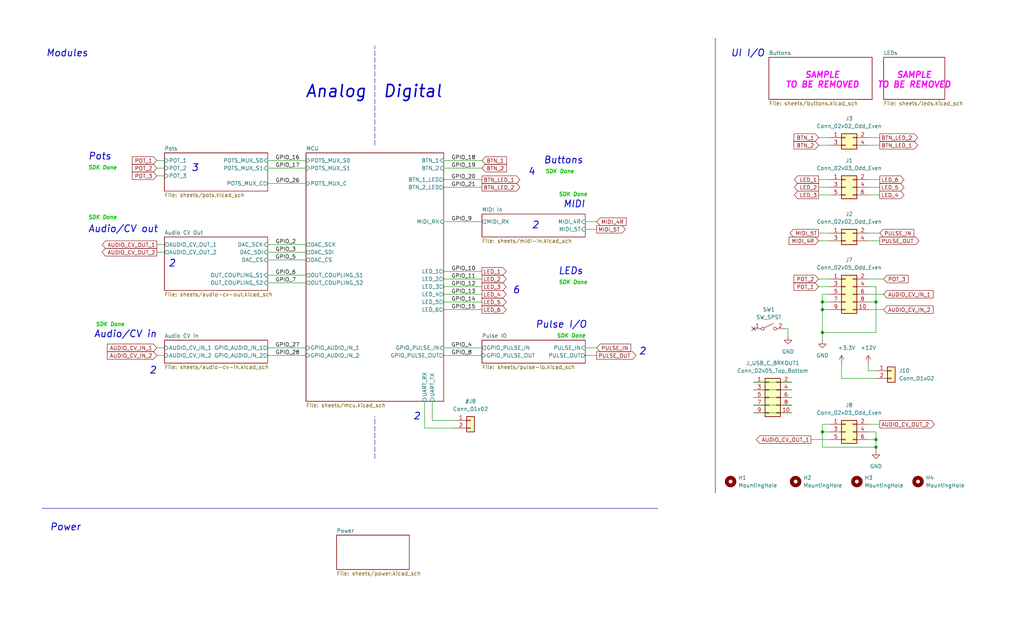
<source format=kicad_sch>
(kicad_sch (version 20250114) (generator "eeschema") (generator_version "9.0")
  (paper "User" 340 210)
  (lib_symbols
    (symbol "Connector_Generic:Conn_01x02" (pin_names (offset 1.016) (hide yes))
      (property "Reference" "J" (at 0 2.54 0))
      (property "Value" "Conn_01x02" (at 0 -5.08 0))
      (symbol "Conn_01x02_1_1"
        (rectangle (start -1.27 1.27) (end 1.27 -3.81) (stroke (width 0.254)) (fill (type background)))
        (rectangle (start -1.27 0.127) (end 0 -0.127) (stroke (width 0.1524)))
        (rectangle (start -1.27 -2.413) (end 0 -2.667) (stroke (width 0.1524)))
        (pin passive line (at -5.08 0 0) (length 3.81) (name "Pin_1") (number "1"))
        (pin passive line (at -5.08 -2.54 0) (length 3.81) (name "Pin_2") (number "2"))
      )
    )
    (symbol "Connector_Generic:Conn_02x02_Odd_Even" (pin_names (offset 1.016) (hide yes))
      (property "Reference" "J" (at 1.27 2.54 0))
      (property "Value" "Conn_02x02_Odd_Even" (at 1.27 -5.08 0))
      (symbol "Conn_02x02_Odd_Even_1_1"
        (rectangle (start -1.27 1.27) (end 3.81 -3.81) (stroke (width 0.254)) (fill (type background)))
        (rectangle (start -1.27 0.127) (end 0 -0.127) (stroke (width 0.1524)))
        (rectangle (start -1.27 -2.413) (end 0 -2.667) (stroke (width 0.1524)))
        (rectangle (start 3.81 0.127) (end 2.54 -0.127) (stroke (width 0.1524)))
        (rectangle (start 3.81 -2.413) (end 2.54 -2.667) (stroke (width 0.1524)))
        (pin passive line (at -5.08 0 0) (length 3.81) (name "Pin_1") (number "1"))
        (pin passive line (at -5.08 -2.54 0) (length 3.81) (name "Pin_3") (number "3"))
        (pin passive line (at 7.62 0 180) (length 3.81) (name "Pin_2") (number "2"))
        (pin passive line (at 7.62 -2.54 180) (length 3.81) (name "Pin_4") (number "4"))
      )
    )
    (symbol "Connector_Generic:Conn_02x03_Odd_Even" (pin_names (offset 1.016) (hide yes))
      (property "Reference" "J" (at 1.27 5.08 0))
      (property "Value" "Conn_02x03_Odd_Even" (at 1.27 -5.08 0))
      (symbol "Conn_02x03_Odd_Even_1_1"
        (rectangle (start -1.27 3.81) (end 3.81 -3.81) (stroke (width 0.254)) (fill (type background)))
        (rectangle (start -1.27 2.667) (end 0 2.413) (stroke (width 0.1524)))
        (rectangle (start -1.27 0.127) (end 0 -0.127) (stroke (width 0.1524)))
        (rectangle (start -1.27 -2.413) (end 0 -2.667) (stroke (width 0.1524)))
        (rectangle (start 3.81 2.667) (end 2.54 2.413) (stroke (width 0.1524)))
        (rectangle (start 3.81 0.127) (end 2.54 -0.127) (stroke (width 0.1524)))
        (rectangle (start 3.81 -2.413) (end 2.54 -2.667) (stroke (width 0.1524)))
        (pin passive line (at -5.08 2.54 0) (length 3.81) (name "Pin_1") (number "1"))
        (pin passive line (at -5.08 0 0) (length 3.81) (name "Pin_3") (number "3"))
        (pin passive line (at -5.08 -2.54 0) (length 3.81) (name "Pin_5") (number "5"))
        (pin passive line (at 7.62 2.54 180) (length 3.81) (name "Pin_2") (number "2"))
        (pin passive line (at 7.62 0 180) (length 3.81) (name "Pin_4") (number "4"))
        (pin passive line (at 7.62 -2.54 180) (length 3.81) (name "Pin_6") (number "6"))
      )
    )
    (symbol "Connector_Generic:Conn_02x05_Odd_Even" (pin_names (offset 1.016) (hide yes))
      (property "Reference" "J" (at 1.27 7.62 0))
      (property "Value" "Conn_02x05_Odd_Even" (at 1.27 -7.62 0))
      (symbol "Conn_02x05_Odd_Even_1_1"
        (rectangle (start -1.27 6.35) (end 3.81 -6.35) (stroke (width 0.254)) (fill (type background)))
        (rectangle (start -1.27 5.207) (end 0 4.953) (stroke (width 0.1524)))
        (rectangle (start -1.27 2.667) (end 0 2.413) (stroke (width 0.1524)))
        (rectangle (start -1.27 0.127) (end 0 -0.127) (stroke (width 0.1524)))
        (rectangle (start -1.27 -2.413) (end 0 -2.667) (stroke (width 0.1524)))
        (rectangle (start -1.27 -4.953) (end 0 -5.207) (stroke (width 0.1524)))
        (rectangle (start 3.81 5.207) (end 2.54 4.953) (stroke (width 0.1524)))
        (rectangle (start 3.81 2.667) (end 2.54 2.413) (stroke (width 0.1524)))
        (rectangle (start 3.81 0.127) (end 2.54 -0.127) (stroke (width 0.1524)))
        (rectangle (start 3.81 -2.413) (end 2.54 -2.667) (stroke (width 0.1524)))
        (rectangle (start 3.81 -4.953) (end 2.54 -5.207) (stroke (width 0.1524)))
        (pin passive line (at -5.08 5.08 0) (length 3.81) (name "Pin_1") (number "1"))
        (pin passive line (at -5.08 2.54 0) (length 3.81) (name "Pin_3") (number "3"))
        (pin passive line (at -5.08 0 0) (length 3.81) (name "Pin_5") (number "5"))
        (pin passive line (at -5.08 -2.54 0) (length 3.81) (name "Pin_7") (number "7"))
        (pin passive line (at -5.08 -5.08 0) (length 3.81) (name "Pin_9") (number "9"))
        (pin passive line (at 7.62 5.08 180) (length 3.81) (name "Pin_2") (number "2"))
        (pin passive line (at 7.62 2.54 180) (length 3.81) (name "Pin_4") (number "4"))
        (pin passive line (at 7.62 0 180) (length 3.81) (name "Pin_6") (number "6"))
        (pin passive line (at 7.62 -2.54 180) (length 3.81) (name "Pin_8") (number "8"))
        (pin passive line (at 7.62 -5.08 180) (length 3.81) (name "Pin_10") (number "10"))
      )
    )
    (symbol "Mechanical:MountingHole" (pin_names (offset 1.016)) (in_bom no)
      (property "Reference" "H" (at 0 5.08 0))
      (property "Value" "MountingHole" (at 0 3.175 0))
      (symbol "MountingHole_0_1"
        (circle (center 0 0) (radius 1.27) (stroke (width 1.27)))
      )
    )
    (symbol "Switch:SW_SPST" (pin_names (offset 0) (hide yes))
      (property "Reference" "SW" (at 0 3.175 0))
      (property "Value" "SW_SPST" (at 0 -2.54 0))
      (symbol "SW_SPST_0_0"
        (circle (center -2.032 0) (radius 0.508))
        (polyline (pts (xy -1.524 0.254) (xy 1.524 1.778)))
        (circle (center 2.032 0) (radius 0.508))
      )
      (symbol "SW_SPST_1_1"
        (pin passive line (at -5.08 0 0) (length 2.54) (name "A") (number "1"))
        (pin passive line (at 5.08 0 180) (length 2.54) (name "B") (number "2"))
      )
    )
    (symbol "power:+12V" (power) (pin_numbers (hide yes)) (pin_names (offset 0) (hide yes))
      (property "Value" "+12V" (at 0 3.556 0))
      (symbol "+12V_0_1"
        (polyline (pts (xy -0.762 1.27) (xy 0 2.54)))
        (polyline (pts (xy 0 2.54) (xy 0.762 1.27)))
        (polyline (pts (xy 0 0) (xy 0 2.54)))
      )
      (symbol "+12V_1_1"
        (pin power_in line (at 0 0 90) (length 0) (name "~") (number "1"))
      )
    )
    (symbol "power:+3.3V" (power) (pin_numbers (hide yes)) (pin_names (offset 0) (hide yes))
      (property "Value" "+3.3V" (at 0 3.556 0))
      (symbol "+3.3V_0_1"
        (polyline (pts (xy -0.762 1.27) (xy 0 2.54)))
        (polyline (pts (xy 0 2.54) (xy 0.762 1.27)))
        (polyline (pts (xy 0 0) (xy 0 2.54)))
      )
      (symbol "+3.3V_1_1"
        (pin power_in line (at 0 0 90) (length 0) (name "~") (number "1"))
      )
    )
    (symbol "power:GND" (power) (pin_numbers (hide yes)) (pin_names (offset 0) (hide yes))
      (property "Value" "GND" (at 0 -3.81 0))
      (symbol "GND_0_1"
        (polyline (pts (xy 0 0) (xy 0 -1.27) (xy 1.27 -1.27) (xy 0 -2.54) (xy -1.27 -1.27) (xy 0 -1.27)))
      )
      (symbol "GND_1_1"
        (pin power_in line (at 0 0 270) (length 0) (name "~") (number "1"))
      )
    )
  )
  (text "Power" (at 16.51 175.26 0) (effects (font (size 2.27 2.27) (thickness 0.2838) (italic yes)) (justify left)))
  (text "Audio/CV in" (at 31.115 111.125 0) (effects (font (size 2.27 2.27) (thickness 0.2838) (italic yes)) (justify left)))
  (text "SAMPLE\nTO BE REMOVED" (at 273.05 26.67 0) (effects (font (size 2 2) (thickness 0.4) (bold yes) (italic yes))))
  (text "Pulse I/O" (at 194.945 107.95 0) (effects (font (size 2.27 2.27) (thickness 0.2838) (italic yes)) (justify right)))
  (text "6" (at 170.18 96.52 0) (effects (font (size 2.27 2.27) (thickness 0.2838) (italic yes)) (justify left)))
  (text "Audio/CV out" (at 29.21 76.2 0) (effects (font (size 2.27 2.27) (thickness 0.2838) (italic yes)) (justify left)))
  (text "4" (at 175.26 57.15 0) (effects (font (size 2.27 2.27) (thickness 0.2838) (italic yes)) (justify left)))
  (text "SDK Done" (at 29.21 55.88 0) (effects (font (size 1.27 1.27) (thickness 0.254) (bold yes) (italic yes)) (justify left)))
  (text "SDK Done" (at 31.75 107.95 0) (effects (font (size 1.27 1.27) (thickness 0.254) (bold yes) (italic yes)) (justify left)))
  (text "SAMPLE\nTO BE REMOVED" (at 303.53 26.67 0) (effects (font (size 2 2) (thickness 0.4) (bold yes) (italic yes))))
  (text "SDK Done" (at 29.21 72.39 0) (effects (font (size 1.27 1.27) (thickness 0.254) (bold yes) (italic yes)) (justify left)))
  (text "2" (at 212.09 116.84 0) (effects (font (size 2.27 2.27) (thickness 0.2838) (italic yes)) (justify left)))
  (text "LEDs" (at 193.675 90.17 0) (effects (font (size 2.27 2.27) (thickness 0.2838) (italic yes)) (justify right)))
  (text "Modules" (at 15.24 17.78 0) (effects (font (size 2.27 2.27) (thickness 0.2838) (italic yes)) (justify left)))
  (text "2" (at 49.53 123.19 0) (effects (font (size 2.27 2.27) (thickness 0.2838) (italic yes)) (justify left)))
  (text "SDK Done" (at 185.42 93.98 0) (effects (font (size 1.27 1.27) (thickness 0.254) (bold yes) (italic yes)) (justify left)))
  (text "2" (at 137.16 138.43 0) (effects (font (size 2.27 2.27) (thickness 0.2838) (italic yes)) (justify left)))
  (text "Buttons" (at 193.675 53.34 0) (effects (font (size 2.27 2.27) (thickness 0.2838) (italic yes)) (justify right)))
  (text "2" (at 55.88 87.63 0) (effects (font (size 2.27 2.27) (thickness 0.2838) (italic yes)) (justify left)))
  (text "2" (at 176.53 74.93 0) (effects (font (size 2.27 2.27) (thickness 0.2838) (italic yes)) (justify left)))
  (text "SDK Done" (at 185.42 64.77 0) (effects (font (size 1.27 1.27) (thickness 0.254) (bold yes) (italic yes)) (justify left)))
  (text "Analog" (at 121.92 30.48 0) (effects (font (size 4 4) (thickness 0.5) (italic yes)) (justify right)))
  (text "SDK Done" (at 180.975 57.15 0) (effects (font (size 1.27 1.27) (thickness 0.254) (bold yes) (italic yes)) (justify left)))
  (text "Pots" (at 29.21 52.07 0) (effects (font (size 2.27 2.27) (thickness 0.2838) (italic yes)) (justify left)))
  (text "SDK Done" (at 184.785 111.76 0) (effects (font (size 1.27 1.27) (thickness 0.254) (bold yes) (italic yes)) (justify left)))
  (text "Digital" (at 127 30.48 0) (effects (font (size 4 4) (thickness 0.5) (italic yes)) (justify left)))
  (text "MIDI" (at 194.31 67.945 0) (effects (font (size 2.27 2.27) (thickness 0.2838) (italic yes)) (justify right)))
  (text "3" (at 63.5 55.88 0) (effects (font (size 2.27 2.27) (thickness 0.2838) (italic yes)) (justify left)))
  (text "UI I/O" (at 242.57 17.78 0) (effects (font (size 2.27 2.27) (thickness 0.2838) (italic yes)) (justify left)))
  (junction (at 273.05 100.33))
  (junction (at 273.05 143.51))
  (junction (at 290.83 148.59))
  (junction (at 273.05 110.49))
  (junction (at 273.05 102.87))
  (junction (at 290.83 146.05))
  (junction (at 290.83 100.33))
  (no_connect (at 250.19 109.22))
  (polyline (pts (xy 124.46 48.26) (xy 124.46 15.24)) (stroke (width 0) (type dash)))
  (wire (pts (xy 88.9 93.98) (xy 101.6 93.98)))
  (wire (pts (xy 271.78 45.72) (xy 275.59 45.72)))
  (wire (pts (xy 271.78 48.26) (xy 275.59 48.26)))
  (wire (pts (xy 147.32 55.88) (xy 160.02 55.88)))
  (wire (pts (xy 271.78 80.01) (xy 275.59 80.01)))
  (wire (pts (xy 250.19 132.08) (xy 262.89 132.08)))
  (wire (pts (xy 88.9 81.28) (xy 101.6 81.28)))
  (wire (pts (xy 292.1 45.72) (xy 288.29 45.72)))
  (wire (pts (xy 147.32 97.79) (xy 160.02 97.79)))
  (wire (pts (xy 194.31 76.2) (xy 198.12 76.2)))
  (wire (pts (xy 194.31 118.11) (xy 198.12 118.11)))
  (wire (pts (xy 288.29 120.65) (xy 288.29 123.19)))
  (polyline (pts (xy 124.46 152.4) (xy 124.46 138.43)) (stroke (width 0) (type dash)))
  (wire (pts (xy 292.1 59.69) (xy 288.29 59.69)))
  (wire (pts (xy 292.1 80.01) (xy 288.29 80.01)))
  (wire (pts (xy 140.97 133.35) (xy 140.97 142.24)))
  (wire (pts (xy 147.32 118.11) (xy 160.02 118.11)))
  (wire (pts (xy 288.29 123.19) (xy 290.83 123.19)))
  (wire (pts (xy 293.37 102.87) (xy 288.29 102.87)))
  (wire (pts (xy 271.78 95.25) (xy 275.59 95.25)))
  (wire (pts (xy 88.9 60.96) (xy 101.6 60.96)))
  (wire (pts (xy 290.83 100.33) (xy 290.83 110.49)))
  (wire (pts (xy 290.83 95.25) (xy 290.83 100.33)))
  (wire (pts (xy 290.83 110.49) (xy 273.05 110.49)))
  (wire (pts (xy 271.78 59.69) (xy 275.59 59.69)))
  (wire (pts (xy 147.32 92.71) (xy 160.02 92.71)))
  (wire (pts (xy 52.07 55.88) (xy 54.61 55.88)))
  (wire (pts (xy 273.05 143.51) (xy 275.59 143.51)))
  (wire (pts (xy 250.19 134.62) (xy 262.89 134.62)))
  (wire (pts (xy 52.07 83.82) (xy 54.61 83.82)))
  (wire (pts (xy 290.83 148.59) (xy 290.83 149.86)))
  (wire (pts (xy 52.07 53.34) (xy 54.61 53.34)))
  (wire (pts (xy 273.05 148.59) (xy 290.83 148.59)))
  (wire (pts (xy 250.19 129.54) (xy 262.89 129.54)))
  (wire (pts (xy 88.9 118.11) (xy 101.6 118.11)))
  (wire (pts (xy 290.83 146.05) (xy 290.83 148.59)))
  (wire (pts (xy 147.32 59.69) (xy 160.02 59.69)))
  (wire (pts (xy 273.05 97.79) (xy 275.59 97.79)))
  (wire (pts (xy 288.29 100.33) (xy 290.83 100.33)))
  (wire (pts (xy 88.9 91.44) (xy 101.6 91.44)))
  (wire (pts (xy 147.32 90.17) (xy 160.02 90.17)))
  (wire (pts (xy 292.1 140.97) (xy 288.29 140.97)))
  (wire (pts (xy 198.12 115.57) (xy 194.31 115.57)))
  (wire (pts (xy 140.97 142.24) (xy 151.13 142.24)))
  (wire (pts (xy 147.32 102.87) (xy 160.02 102.87)))
  (wire (pts (xy 273.05 140.97) (xy 273.05 143.51)))
  (wire (pts (xy 52.07 58.42) (xy 54.61 58.42)))
  (wire (pts (xy 88.9 115.57) (xy 101.6 115.57)))
  (wire (pts (xy 271.78 64.77) (xy 275.59 64.77)))
  (wire (pts (xy 290.83 143.51) (xy 290.83 146.05)))
  (wire (pts (xy 288.29 146.05) (xy 290.83 146.05)))
  (wire (pts (xy 273.05 113.03) (xy 273.05 110.49)))
  (wire (pts (xy 279.4 125.73) (xy 279.4 120.65)))
  (wire (pts (xy 147.32 53.34) (xy 160.02 53.34)))
  (wire (pts (xy 147.32 100.33) (xy 160.02 100.33)))
  (wire (pts (xy 52.07 115.57) (xy 54.61 115.57)))
  (wire (pts (xy 273.05 97.79) (xy 273.05 100.33)))
  (wire (pts (xy 88.9 86.36) (xy 101.6 86.36)))
  (wire (pts (xy 288.29 97.79) (xy 293.37 97.79)))
  (wire (pts (xy 52.07 81.28) (xy 54.61 81.28)))
  (wire (pts (xy 271.78 62.23) (xy 275.59 62.23)))
  (wire (pts (xy 52.07 118.11) (xy 54.61 118.11)))
  (wire (pts (xy 143.51 133.35) (xy 143.51 139.7)))
  (wire (pts (xy 273.05 100.33) (xy 273.05 102.87)))
  (wire (pts (xy 250.19 127) (xy 262.89 127)))
  (wire (pts (xy 273.05 102.87) (xy 273.05 110.49)))
  (wire (pts (xy 273.05 102.87) (xy 275.59 102.87)))
  (wire (pts (xy 273.05 143.51) (xy 273.05 148.59)))
  (wire (pts (xy 198.12 73.66) (xy 194.31 73.66)))
  (wire (pts (xy 290.83 125.73) (xy 279.4 125.73)))
  (polyline (pts (xy 237.49 12.7) (xy 237.49 163.83)))
  (wire (pts (xy 143.51 139.7) (xy 151.13 139.7)))
  (wire (pts (xy 275.59 140.97) (xy 273.05 140.97)))
  (wire (pts (xy 288.29 143.51) (xy 290.83 143.51)))
  (wire (pts (xy 260.35 109.22) (xy 261.62 109.22)))
  (wire (pts (xy 292.1 64.77) (xy 288.29 64.77)))
  (wire (pts (xy 261.62 109.22) (xy 261.62 111.76)))
  (wire (pts (xy 271.78 77.47) (xy 275.59 77.47)))
  (wire (pts (xy 250.19 137.16) (xy 262.89 137.16)))
  (wire (pts (xy 288.29 95.25) (xy 290.83 95.25)))
  (wire (pts (xy 147.32 95.25) (xy 160.02 95.25)))
  (wire (pts (xy 88.9 83.82) (xy 101.6 83.82)))
  (polyline (pts (xy 13.97 168.91) (xy 218.44 168.91)))
  (wire (pts (xy 292.1 77.47) (xy 288.29 77.47)))
  (wire (pts (xy 147.32 62.23) (xy 160.02 62.23)))
  (wire (pts (xy 292.1 62.23) (xy 288.29 62.23)))
  (wire (pts (xy 271.78 92.71) (xy 275.59 92.71)))
  (wire (pts (xy 88.9 53.34) (xy 101.6 53.34)))
  (wire (pts (xy 288.29 92.71) (xy 293.37 92.71)))
  (wire (pts (xy 269.24 146.05) (xy 275.59 146.05)))
  (wire (pts (xy 147.32 73.66) (xy 160.02 73.66)))
  (wire (pts (xy 88.9 55.88) (xy 101.6 55.88)))
  (wire (pts (xy 147.32 115.57) (xy 160.02 115.57)))
  (wire (pts (xy 292.1 48.26) (xy 288.29 48.26)))
  (wire (pts (xy 275.59 100.33) (xy 273.05 100.33)))
  (label "GPIO_14" (at 149.86 100.33 0))
  (label "GPIO_19" (at 149.86 55.88 0))
  (label "GPIO_11" (at 149.86 92.71 0))
  (label "GPIO_3" (at 91.44 83.82 0))
  (label "GPIO_15" (at 149.86 102.87 0))
  (label "GPIO_5" (at 91.44 86.36 0))
  (label "GPIO_21" (at 149.86 62.23 0))
  (label "GPIO_10" (at 149.86 90.17 0))
  (label "GPIO_28" (at 91.44 118.11 0))
  (label "GPIO_13" (at 149.86 97.79 0))
  (label "GPIO_17" (at 91.44 55.88 0))
  (label "GPIO_27" (at 91.44 115.57 0))
  (label "GPIO_26" (at 91.44 60.96 0))
  (label "GPIO_18" (at 149.86 53.34 0))
  (label "GPIO_9" (at 149.86 73.66 0))
  (label "GPIO_7" (at 91.44 93.98 0))
  (label "GPIO_16" (at 91.44 53.34 0))
  (label "GPIO_12" (at 149.86 95.25 0))
  (label "GPIO_4" (at 149.86 115.57 0))
  (label "GPIO_2" (at 91.44 81.28 0))
  (label "GPIO_8" (at 149.86 118.11 0))
  (label "GPIO_6" (at 91.44 91.44 0))
  (label "GPIO_20" (at 149.86 59.69 0))
  (global_label "MIDI_5T" (shape output) (at 198.12 76.2 0) (property "Intersheetrefs" "${INTERSHEET_REFS}" (effects (hide yes))))
  (global_label "MIDI_5T" (shape output) (at 271.78 77.47 180) (property "Intersheetrefs" "${INTERSHEET_REFS}" (effects (hide yes))))
  (global_label "AUDIO_CV_OUT_1" (shape output) (at 52.07 81.28 180) (property "Intersheetrefs" "${INTERSHEET_REFS}" (effects (hide yes))))
  (global_label "LED_5" (shape output) (at 160.02 100.33 0) (property "Intersheetrefs" "${INTERSHEET_REFS}" (effects (hide yes))))
  (global_label "LED_2" (shape output) (at 271.78 62.23 180) (property "Intersheetrefs" "${INTERSHEET_REFS}" (effects (hide yes))))
  (global_label "POT_2" (shape input) (at 271.78 92.71 180) (property "Intersheetrefs" "${INTERSHEET_REFS}" (effects (hide yes))))
  (global_label "PULSE_OUT" (shape output) (at 198.12 118.11 0) (property "Intersheetrefs" "${INTERSHEET_REFS}" (effects (hide yes))))
  (global_label "AUDIO_CV_OUT_2" (shape output) (at 292.1 140.97 0) (property "Intersheetrefs" "${INTERSHEET_REFS}" (effects (hide yes))))
  (global_label "BTN_2" (shape input) (at 271.78 48.26 180) (property "Intersheetrefs" "${INTERSHEET_REFS}" (effects (hide yes))))
  (global_label "LED_4" (shape output) (at 160.02 97.79 0) (property "Intersheetrefs" "${INTERSHEET_REFS}" (effects (hide yes))))
  (global_label "BTN_1" (shape input) (at 160.02 53.34 0) (property "Intersheetrefs" "${INTERSHEET_REFS}" (effects (hide yes))))
  (global_label "POT_2" (shape input) (at 52.07 55.88 180) (property "Intersheetrefs" "${INTERSHEET_REFS}" (effects (hide yes))))
  (global_label "LED_5" (shape output) (at 292.1 62.23 0) (property "Intersheetrefs" "${INTERSHEET_REFS}" (effects (hide yes))))
  (global_label "LED_1" (shape output) (at 271.78 59.69 180) (property "Intersheetrefs" "${INTERSHEET_REFS}" (effects (hide yes))))
  (global_label "AUDIO_CV_IN_2" (shape input) (at 52.07 118.11 180) (property "Intersheetrefs" "${INTERSHEET_REFS}" (effects (hide yes))))
  (global_label "LED_6" (shape output) (at 292.1 59.69 0) (property "Intersheetrefs" "${INTERSHEET_REFS}" (effects (hide yes))))
  (global_label "LED_3" (shape output) (at 271.78 64.77 180) (property "Intersheetrefs" "${INTERSHEET_REFS}" (effects (hide yes))))
  (global_label "BTN_LED_1" (shape output) (at 292.1 48.26 0) (property "Intersheetrefs" "${INTERSHEET_REFS}" (effects (hide yes))))
  (global_label "BTN_2" (shape input) (at 160.02 55.88 0) (property "Intersheetrefs" "${INTERSHEET_REFS}" (effects (hide yes))))
  (global_label "MIDI_4R" (shape input) (at 198.12 73.66 0) (property "Intersheetrefs" "${INTERSHEET_REFS}" (effects (hide yes))))
  (global_label "LED_3" (shape output) (at 160.02 95.25 0) (property "Intersheetrefs" "${INTERSHEET_REFS}" (effects (hide yes))))
  (global_label "POT_3" (shape input) (at 52.07 58.42 180) (property "Intersheetrefs" "${INTERSHEET_REFS}" (effects (hide yes))))
  (global_label "AUDIO_CV_IN_2" (shape input) (at 293.37 102.87 0) (property "Intersheetrefs" "${INTERSHEET_REFS}" (effects (hide yes))))
  (global_label "AUDIO_CV_IN_1" (shape input) (at 293.37 97.79 0) (property "Intersheetrefs" "${INTERSHEET_REFS}" (effects (hide yes))))
  (global_label "BTN_LED_2" (shape output) (at 160.02 62.23 0) (property "Intersheetrefs" "${INTERSHEET_REFS}" (effects (hide yes))))
  (global_label "MIDI_4R" (shape input) (at 271.78 80.01 180) (property "Intersheetrefs" "${INTERSHEET_REFS}" (effects (hide yes))))
  (global_label "AUDIO_CV_IN_1" (shape input) (at 52.07 115.57 180) (property "Intersheetrefs" "${INTERSHEET_REFS}" (effects (hide yes))))
  (global_label "PULSE_IN" (shape input) (at 292.1 77.47 0) (property "Intersheetrefs" "${INTERSHEET_REFS}" (effects (hide yes))))
  (global_label "LED_6" (shape output) (at 160.02 102.87 0) (property "Intersheetrefs" "${INTERSHEET_REFS}" (effects (hide yes))))
  (global_label "POT_1" (shape input) (at 271.78 95.25 180) (property "Intersheetrefs" "${INTERSHEET_REFS}" (effects (hide yes))))
  (global_label "LED_2" (shape output) (at 160.02 92.71 0) (property "Intersheetrefs" "${INTERSHEET_REFS}" (effects (hide yes))))
  (global_label "LED_4" (shape output) (at 292.1 64.77 0) (property "Intersheetrefs" "${INTERSHEET_REFS}" (effects (hide yes))))
  (global_label "AUDIO_CV_OUT_2" (shape output) (at 52.07 83.82 180) (property "Intersheetrefs" "${INTERSHEET_REFS}" (effects (hide yes))))
  (global_label "BTN_LED_2" (shape output) (at 292.1 45.72 0) (property "Intersheetrefs" "${INTERSHEET_REFS}" (effects (hide yes))))
  (global_label "BTN_LED_1" (shape output) (at 160.02 59.69 0) (property "Intersheetrefs" "${INTERSHEET_REFS}" (effects (hide yes))))
  (global_label "BTN_1" (shape input) (at 271.78 45.72 180) (property "Intersheetrefs" "${INTERSHEET_REFS}" (effects (hide yes))))
  (global_label "AUDIO_CV_OUT_1" (shape output) (at 269.24 146.05 180) (property "Intersheetrefs" "${INTERSHEET_REFS}" (effects (hide yes))))
  (global_label "POT_3" (shape input) (at 293.37 92.71 0) (property "Intersheetrefs" "${INTERSHEET_REFS}" (effects (hide yes))))
  (global_label "PULSE_IN" (shape input) (at 198.12 115.57 0) (property "Intersheetrefs" "${INTERSHEET_REFS}" (effects (hide yes))))
  (global_label "POT_1" (shape input) (at 52.07 53.34 180) (property "Intersheetrefs" "${INTERSHEET_REFS}" (effects (hide yes))))
  (global_label "LED_1" (shape output) (at 160.02 90.17 0) (property "Intersheetrefs" "${INTERSHEET_REFS}" (effects (hide yes))))
  (global_label "PULSE_OUT" (shape output) (at 292.1 80.01 0) (property "Intersheetrefs" "${INTERSHEET_REFS}" (effects (hide yes))))
  (symbol (lib_id "power:GND") (at 290.83 149.86 0) (unit 1)
    (property "Reference" "#PWR013" (effects (hide yes)))
    (property "Value" "GND" (at 290.83 154.94 0))
    (property "Description" "Power symbol creates a global label with name \"GND\" , ground" (effects (hide yes)))
  )
  (symbol (lib_id "Connector_Generic:Conn_02x02_Odd_Even") (at 280.67 45.72 0) (unit 1)
    (property "Reference" "J3" (at 281.94 39.37 0))
    (property "Value" "Conn_02x02_Odd_Even" (at 281.94 41.91 0))
    (property "Footprint" "Connector_PinHeader_2.54mm:PinHeader_2x02_P2.54mm_Vertical" (effects (hide yes)))
    (property "Description" "Generic connector, double row, 02x02, odd/even pin numbering scheme (row 1 odd numbers, row 2 even numbers), script generated (kicad-library-utils/schlib/autogen/connector/)" (effects (hide yes)))
  )
  (symbol (lib_id "Mechanical:MountingHole") (at 264.16 160.02 0) (unit 1) (in_bom no)
    (property "Reference" "H2" (at 266.7 158.7499 0) (effects (justify left)))
    (property "Value" "MountingHole" (at 266.7 161.2899 0) (effects (justify left)))
    (property "Footprint" "MountingHole:MountingHole_3.2mm_M3_DIN965_Pad" (effects (hide yes)))
    (property "Description" "Mounting Hole without connection" (effects (hide yes)))
    (property "Vendor" "-" (effects (hide yes)))
  )
  (symbol (lib_id "Mechanical:MountingHole") (at 242.57 160.02 0) (unit 1) (in_bom no)
    (property "Reference" "H1" (at 245.11 158.7499 0) (effects (justify left)))
    (property "Value" "MountingHole" (at 245.11 161.2899 0) (effects (justify left)))
    (property "Footprint" "MountingHole:MountingHole_3.2mm_M3_DIN965_Pad" (effects (hide yes)))
    (property "Description" "Mounting Hole without connection" (effects (hide yes)))
    (property "Vendor" "-" (effects (hide yes)))
  )
  (symbol (lib_id "Switch:SW_SPST") (at 255.27 109.22 0) (unit 1)
    (property "Reference" "SW1" (at 255.27 102.87 0))
    (property "Value" "SW_SPST" (at 255.27 105.41 0))
    (property "Footprint" "Button_Switch_THT:SW_Tactile_SKHH_Angled" (effects (hide yes)))
    (property "Description" "Single Pole Single Throw (SPST) switch" (effects (hide yes)))
    (property "Part URL" "https://www.hestore.hu/prod_10028126.html" (effects (hide yes)))
  )
  (symbol (lib_id "power:GND") (at 261.62 111.76 0) (unit 1)
    (property "Reference" "#PWR064" (effects (hide yes)))
    (property "Value" "GND" (at 261.62 116.84 0))
    (property "Description" "Power symbol creates a global label with name \"GND\" , ground" (effects (hide yes)))
  )
  (symbol (lib_id "Connector_Generic:Conn_02x05_Odd_Even") (at 255.27 132.08 0) (unit 1)
    (property "Reference" "J_USB_C_BRKOUT1" (at 256.54 120.65 0))
    (property "Value" "Conn_02x05_Top_Bottom" (at 256.54 123.19 0))
    (property "Footprint" "Connector_PinHeader_2.54mm:PinHeader_2x05_P2.54mm_Vertical" (effects (hide yes)))
    (property "Description" "Generic connector, double row, 02x05, odd/even pin numbering scheme (row 1 odd numbers, row 2 even numbers), script generated (kicad-library-utils/schlib/autogen/connector/)" (effects (hide yes)))
  )
  (symbol (lib_id "power:+12V") (at 288.29 120.65 0) (unit 1)
    (property "Reference" "#PWR012" (effects (hide yes)))
    (property "Value" "+12V" (at 288.29 115.57 0))
    (property "Description" "Power symbol creates a global label with name \"+12V\"" (effects (hide yes)))
  )
  (symbol (lib_id "Connector_Generic:Conn_02x05_Odd_Even") (at 280.67 97.79 0) (unit 1)
    (property "Reference" "J7" (at 281.94 86.36 0))
    (property "Value" "Conn_02x05_Odd_Even" (at 281.94 88.9 0))
    (property "Footprint" "Connector_PinHeader_2.54mm:PinHeader_2x05_P2.54mm_Vertical" (effects (hide yes)))
    (property "Description" "Generic connector, double row, 02x05, odd/even pin numbering scheme (row 1 odd numbers, row 2 even numbers), script generated (kicad-library-utils/schlib/autogen/connector/)" (effects (hide yes)))
  )
  (symbol (lib_id "power:+3.3V") (at 279.4 120.65 0) (unit 1)
    (property "Reference" "#PWR062" (effects (hide yes)))
    (property "Value" "+3.3V" (at 278.13 115.57 0) (effects (justify left)))
    (property "Description" "Power symbol creates a global label with name \"+3.3V\"" (effects (hide yes)))
  )
  (symbol (lib_id "Mechanical:MountingHole") (at 284.48 160.02 0) (unit 1) (in_bom no)
    (property "Reference" "H3" (at 287.02 158.7499 0) (effects (justify left)))
    (property "Value" "MountingHole" (at 287.02 161.2899 0) (effects (justify left)))
    (property "Footprint" "MountingHole:MountingHole_3.2mm_M3_DIN965_Pad" (effects (hide yes)))
    (property "Description" "Mounting Hole without connection" (effects (hide yes)))
    (property "Vendor" "-" (effects (hide yes)))
  )
  (symbol (lib_id "Connector_Generic:Conn_02x03_Odd_Even") (at 280.67 143.51 0) (unit 1)
    (property "Reference" "J8" (at 281.94 134.62 0))
    (property "Value" "Conn_02x03_Odd_Even" (at 281.94 137.16 0))
    (property "Footprint" "Connector_PinHeader_2.54mm:PinHeader_2x03_P2.54mm_Vertical" (effects (hide yes)))
    (property "Description" "Generic connector, double row, 02x03, odd/even pin numbering scheme (row 1 odd numbers, row 2 even numbers), script generated (kicad-library-utils/schlib/autogen/connector/)" (effects (hide yes)))
  )
  (symbol (lib_id "Mechanical:MountingHole") (at 304.8 160.02 0) (unit 1) (in_bom no)
    (property "Reference" "H4" (at 307.34 158.7499 0) (effects (justify left)))
    (property "Value" "MountingHole" (at 307.34 161.2899 0) (effects (justify left)))
    (property "Footprint" "MountingHole:MountingHole_3.2mm_M3_DIN965_Pad" (effects (hide yes)))
    (property "Description" "Mounting Hole without connection" (effects (hide yes)))
    (property "Vendor" "-" (effects (hide yes)))
  )
  (symbol (lib_id "Connector_Generic:Conn_01x02") (at 295.91 123.19 0) (unit 1)
    (property "Reference" "J10" (at 298.45 123.1899 0) (effects (justify left)))
    (property "Value" "Conn_01x02" (at 298.45 125.7299 0) (effects (justify left)))
    (property "Footprint" "Connector_PinHeader_2.54mm:PinHeader_1x02_P2.54mm_Vertical" (effects (hide yes)))
    (property "Description" "Generic connector, single row, 01x02, script generated (kicad-library-utils/schlib/autogen/connector/)" (effects (hide yes)))
  )
  (symbol (lib_id "Connector_Generic:Conn_01x02") (at 156.21 139.7 0) (unit 1)
    (property "Reference" "#J8" (at 156.21 133.35 0))
    (property "Value" "Conn_01x02" (at 156.21 135.89 0))
    (property "Footprint" "Connector_PinHeader_2.54mm:PinHeader_1x02_P2.54mm_Vertical" (effects (hide yes)))
    (property "Description" "Generic connector, single row, 01x02, script generated (kicad-library-utils/schlib/autogen/connector/)" (effects (hide yes)))
  )
  (symbol (lib_id "power:GND") (at 273.05 113.03 0) (unit 1)
    (property "Reference" "#PWR074" (effects (hide yes)))
    (property "Value" "GND" (at 273.05 118.11 0))
    (property "Description" "Power symbol creates a global label with name \"GND\" , ground" (effects (hide yes)))
  )
  (symbol (lib_id "Connector_Generic:Conn_02x03_Odd_Even") (at 280.67 62.23 0) (unit 1)
    (property "Reference" "J1" (at 281.94 53.34 0))
    (property "Value" "Conn_02x03_Odd_Even" (at 281.94 55.88 0))
    (property "Footprint" "Connector_PinHeader_2.54mm:PinHeader_2x03_P2.54mm_Vertical" (effects (hide yes)))
    (property "Description" "Generic connector, double row, 02x03, odd/even pin numbering scheme (row 1 odd numbers, row 2 even numbers), script generated (kicad-library-utils/schlib/autogen/connector/)" (effects (hide yes)))
  )
  (symbol (lib_id "Connector_Generic:Conn_02x02_Odd_Even") (at 280.67 77.47 0) (unit 1)
    (property "Reference" "J2" (at 281.94 71.12 0))
    (property "Value" "Conn_02x02_Odd_Even" (at 281.94 73.66 0))
    (property "Footprint" "Connector_PinHeader_2.54mm:PinHeader_2x02_P2.54mm_Vertical" (effects (hide yes)))
    (property "Description" "Generic connector, double row, 02x02, odd/even pin numbering scheme (row 1 odd numbers, row 2 even numbers), script generated (kicad-library-utils/schlib/autogen/connector/)" (effects (hide yes)))
  )
  (sheet (at 293.37 19.05) (size 20.32 13.97) (stroke (width 0.1524))
    (property "Sheetname" "LEDs" (at 293.37 18.3384 0) (effects (justify left bottom)))
    (property "Sheetfile" "sheets/leds.kicad_sch" (at 293.37 33.6046 0) (effects (justify left top)))
  )
  (sheet (at 54.61 113.03) (size 34.29 7.62) (stroke (width 0.1524))
    (property "Sheetname" "Audio CV In" (at 54.61 112.3184 0) (effects (justify left bottom)))
    (property "Sheetfile" "sheets/audio-cv-in.kicad_sch" (at 54.61 121.2346 0) (effects (justify left top)))
    (pin "AUDIO_CV_IN_1" input (at 54.61 115.57 180))
    (pin "AUDIO_CV_IN_2" input (at 54.61 118.11 180))
    (pin "GPIO_AUDIO_IN_1" output (at 88.9 115.57 0))
    (pin "GPIO_AUDIO_IN_2" output (at 88.9 118.11 0))
  )
  (sheet (at 54.61 50.8) (size 34.29 12.7) (stroke (width 0.1524))
    (property "Sheetname" "Pots" (at 54.61 50.0884 0) (effects (justify left bottom)))
    (property "Sheetfile" "sheets/pots.kicad_sch" (at 54.61 64.0846 0) (effects (justify left top)))
    (pin "POTS_MUX_C" output (at 88.9 60.96 0))
    (pin "POTS_MUX_S0" input (at 88.9 53.34 0))
    (pin "POTS_MUX_S1" input (at 88.9 55.88 0))
    (pin "POT_1" input (at 54.61 53.34 180))
    (pin "POT_2" input (at 54.61 55.88 180))
    (pin "POT_3" input (at 54.61 58.42 180))
  )
  (sheet (at 160.02 71.12) (size 34.29 7.62) (stroke (width 0.1524))
    (property "Sheetname" "MIDI In" (at 160.02 70.4084 0) (effects (justify left bottom)))
    (property "Sheetfile" "sheets/midi-in.kicad_sch" (at 160.02 79.3246 0) (effects (justify left top)))
    (pin "MIDI_4R" input (at 194.31 73.66 0))
    (pin "MIDI_5T" input (at 194.31 76.2 0))
    (pin "MIDI_RX" output (at 160.02 73.66 180))
  )
  (sheet (at 111.76 177.8) (size 24.13 11.43) (stroke (width 0.1524))
    (property "Sheetname" "Power" (at 111.76 177.0884 0) (effects (justify left bottom)))
    (property "Sheetfile" "sheets/power.kicad_sch" (at 111.76 189.8146 0) (effects (justify left top)))
  )
  (sheet (at 54.61 78.74) (size 34.29 17.78) (stroke (width 0.1524))
    (property "Sheetname" "Audio CV Out" (at 54.61 78.0284 0) (effects (justify left bottom)))
    (property "Sheetfile" "sheets/audio-cv-out.kicad_sch" (at 54.61 97.1046 0) (effects (justify left top)))
    (pin "AUDIO_CV_OUT_1" output (at 54.61 81.28 180))
    (pin "DAC_CS" input (at 88.9 86.36 0))
    (pin "DAC_SCK" input (at 88.9 81.28 0))
    (pin "DAC_SDI" input (at 88.9 83.82 0))
    (pin "AUDIO_CV_OUT_2" output (at 54.61 83.82 180))
    (pin "OUT_COUPLING_S1" input (at 88.9 91.44 0))
    (pin "OUT_COUPLING_S2" input (at 88.9 93.98 0))
  )
  (sheet (at 255.27 19.05) (size 34.29 13.97) (stroke (width 0.1524))
    (property "Sheetname" "Buttons" (at 255.27 18.3384 0) (effects (justify left bottom)))
    (property "Sheetfile" "sheets/buttons.kicad_sch" (at 255.27 33.6046 0) (effects (justify left top)))
  )
  (sheet (at 160.02 113.03) (size 34.29 7.62) (stroke (width 0.1524))
    (property "Sheetname" "Pulse IO" (at 160.02 112.3184 0) (effects (justify left bottom)))
    (property "Sheetfile" "sheets/pulse-io.kicad_sch" (at 160.02 121.2346 0) (effects (justify left top)))
    (pin "GPIO_PULSE_IN" output (at 160.02 115.57 180))
    (pin "GPIO_PULSE_OUT" input (at 160.02 118.11 180))
    (pin "PULSE_IN" input (at 194.31 115.57 0))
    (pin "PULSE_OUT" output (at 194.31 118.11 0))
  )
  (sheet (at 101.6 50.8) (size 45.72 82.55) (stroke (width 0.1524))
    (property "Sheetname" "MCU" (at 101.6 50.0884 0) (effects (justify left bottom)))
    (property "Sheetfile" "sheets/mcu.kicad_sch" (at 101.6 133.9346 0) (effects (justify left top)))
    (pin "POTS_MUX_C" input (at 101.6 60.96 180))
    (pin "POTS_MUX_S0" input (at 101.6 53.34 180))
    (pin "POTS_MUX_S1" input (at 101.6 55.88 180))
    (pin "LED_1" output (at 147.32 90.17 0))
    (pin "LED_2" output (at 147.32 92.71 0))
    (pin "LED_3" output (at 147.32 95.25 0))
    (pin "LED_4" output (at 147.32 97.79 0))
    (pin "LED_5" output (at 147.32 100.33 0))
    (pin "LED_6" output (at 147.32 102.87 0))
    (pin "MIDI_RX" input (at 147.32 73.66 0))
    (pin "BTN_1" input (at 147.32 53.34 0))
    (pin "BTN_2" input (at 147.32 55.88 0))
    (pin "BTN_1_LED" output (at 147.32 59.69 0))
    (pin "BTN_2_LED" output (at 147.32 62.23 0))
    (pin "UART_RX" input (at 140.97 133.35 270))
    (pin "UART_TX" input (at 143.51 133.35 270))
    (pin "DAC_CS" output (at 101.6 86.36 180))
    (pin "DAC_SCK" output (at 101.6 81.28 180))
    (pin "DAC_SDI" output (at 101.6 83.82 180))
    (pin "OUT_COUPLING_S1" output (at 101.6 91.44 180))
    (pin "OUT_COUPLING_S2" output (at 101.6 93.98 180))
    (pin "GPIO_AUDIO_IN_1" input (at 101.6 115.57 180))
    (pin "GPIO_AUDIO_IN_2" input (at 101.6 118.11 180))
    (pin "GPIO_PULSE_IN" input (at 147.32 115.57 0))
    (pin "GPIO_PULSE_OUT" output (at 147.32 118.11 0))
  )
)
</source>
